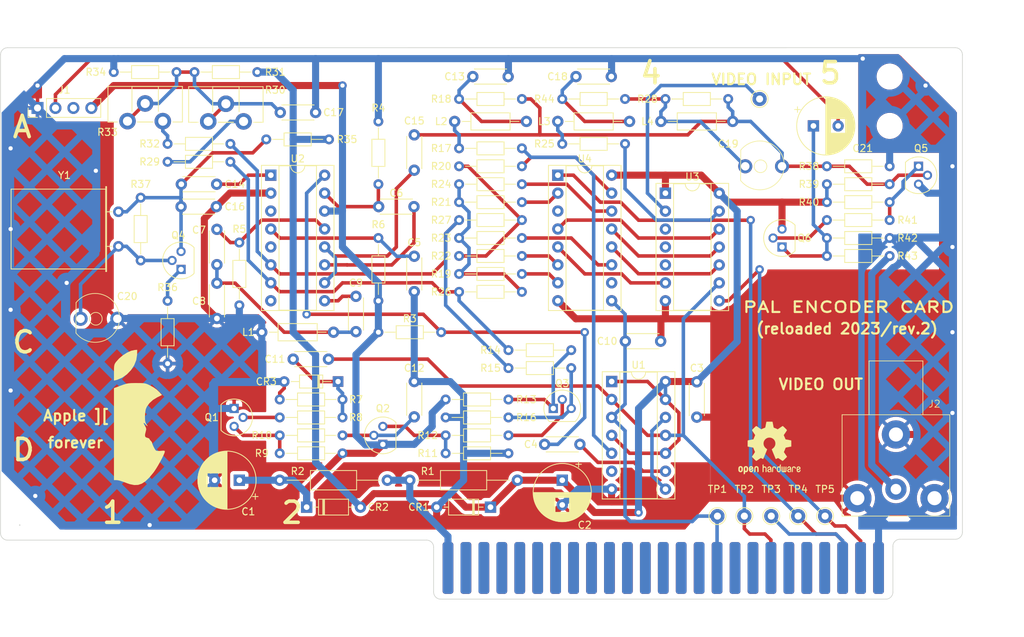
<source format=kicad_pcb>
(kicad_pcb (version 20221018) (generator pcbnew)
  (title_block (date "2023-03-19") (rev "A") (comment 4 "AISLER Project ID: GYPKDSMK"))
  (layers (0 "F.Cu" signal) (31 "B.Cu" signal) (34 "B.Paste" user) (35 "F.Paste" user) (36 "B.SilkS" user "B.Silkscreen") (37 "F.SilkS" user "F.Silkscreen") (38 "B.Mask" user) (39 "F.Mask" user) (44 "Edge.Cuts" user))
  (net 0 "")
  (net 1 "GNDD")
  (net 2 "Net-(Q2-B)")
  (net 3 "Net-(C4-Pad1)")
  (net 4 "Net-(C6-Pad2)")
  (net 5 "Net-(C5-Pad1)")
  (net 6 "Net-(C6-Pad1)")
  (net 7 "Net-(C7-Pad1)")
  (net 8 "Net-(Q4-B)")
  (net 9 "Net-(C9-Pad2)")
  (net 10 "Net-(C13-Pad2)")
  (net 11 "Net-(U1A-Q)")
  (net 12 "+10V")
  (net 13 "+5V")
  (net 14 "Net-(Q6-B)")
  (net 15 "Net-(Q4-C)")
  (net 16 "Net-(C14-Pad2)")
  (net 17 "Net-(C15-Pad1)")
  (net 18 "Net-(C7-Pad2)")
  (net 19 "Net-(C17-Pad1)")
  (net 20 "Net-(C18-Pad2)")
  (net 21 "Net-(C19-Pad1)")
  (net 23 "Net-(J3-COLOR_R.)")
  (net 24 "Net-(J3-INTout)")
  (net 25 "Net-(L3-Pad1)")
  (net 26 "Net-(U3-DSB)")
  (net 27 "Net-(Q1-B)")
  (net 28 "Net-(Q1-C)")
  (net 29 "Net-(Q2-C)")
  (net 30 "Net-(Q3-E)")
  (net 31 "Net-(Q3-B)")
  (net 32 "Net-(Q3-C)")
  (net 33 "Net-(Q4-E)")
  (net 34 "Net-(Q5-B)")
  (net 35 "Net-(Q6-E)")
  (net 36 "Net-(J3-DMAout)")
  (net 37 "Net-(U4-Q0)")
  (net 38 "Net-(U4-Q1)")
  (net 39 "Net-(U4-~{Q1})")
  (net 40 "Net-(U4-~{Q2})")
  (net 41 "Net-(U4-Q3)")
  (net 42 "Net-(L2-Pad1)")
  (net 43 "Net-(Q5-E)")
  (net 44 "Net-(U1B-Q)")
  (net 45 "Net-(U3-Q7)")
  (net 46 "Net-(U4-~{Q3})")
  (net 47 "Net-(R14-Pad2)")
  (net 48 "Net-(R15-Pad2)")
  (net 52 "Net-(U3-Q3)")
  (net 53 "Net-(U3-Q4)")
  (net 57 "Net-(U3-Q5)")
  (net 58 "Net-(U3-Q6)")
  (net 61 "Net-(J1-Pin_2)")
  (net 105 "Net-(J3-+12V)")
  (net 106 "Net-(J3-VIDEO_S.)")
  (net 107 "Net-(CR3-K)")
  (net 108 "Net-(J3-INTin)")
  (net 109 "Net-(J2-In)")
  (net 110 "Net-(R19-Pad2)")
  (net 111 "Net-(R20-Pad2)")
  (net 112 "Net-(R29-Pad2)")
  (net 113 "Net-(R32-Pad2)")
  (net 115 "Net-(U1B-D)")
  (footprint "Apple:R" (layer "F.Cu") (at 142.875 111.76)
    (fp_text reference "R12")
    (fp_text value "15k")
  )
  (footprint "Capacitor_THT:C_Disc_D4.3mm_W1.9mm_P5.00mm" (layer "F.Cu") (at 166.33 60.96 180)
    (fp_text reference "C18")
    (fp_text value "100p")
  )
  (footprint "Package_DIP:DIP-14_W7.62mm_Socket" (layer "F.Cu") (at 173.99 77.47)
    (fp_text reference "U3")
    (fp_text value "74LS164")
  )
  (footprint "Apple:R" (layer "F.Cu") (at 151.765 114.3 180)
    (fp_text reference "R11")
    (fp_text value "1k5")
  )
  (footprint "Apple:R" (layer "F.Cu") (at 153.67 86.36 180)
    (fp_text reference "R22")
    (fp_text value "2k2")
  )
  (footprint "Apple:R" (layer "F.Cu") (at 112.395 73.025 180)
    (fp_text reference "R29")
    (fp_text value "1k5")
  )
  (footprint "MountingHole:MountingHole_2mm" (layer "F.Cu") (at 82.55 59.69)
    (fp_text reference "H1" hide)
    (fp_text value "MountingHole" hide)
  )
  (footprint "Apple:R" (layer "F.Cu") (at 103.505 92.71 -90)
    (fp_text reference "R36")
    (fp_text value "820")
  )
  (footprint "Capacitor_THT:CP_Radial_D8.0mm_P3.50mm" (layer "F.Cu") (at 113.665 118.11 180)
    (fp_text reference "C1")
    (fp_text value "100u")
  )
  (footprint "Apple:R" (layer "F.Cu") (at 168.275 70.485 180)
    (fp_text reference "R25")
    (fp_text value "1k2")
  )
  (footprint "Inductor_THT:L_Axial_L5.3mm_D2.2mm_P10.16mm_Horizontal_Vishay_IM-1" (layer "F.Cu") (at 127 97.155 180)
    (fp_text reference "L1")
    (fp_text value "15uH")
  )
  (footprint "MountingHole:MountingHole_2mm" (layer "F.Cu") (at 82.55 123.19)
    (fp_text reference "H3" hide)
    (fp_text value "MountingHole" hide)
  )
  (footprint "TestPoint:TestPoint_THTPad_D2.0mm_Drill1.0mm" (layer "F.Cu") (at 192.786 123.19)
    (fp_text reference "TP4")
    (fp_text value "/Text")
  )
  (footprint "Apple:R" (layer "F.Cu") (at 119.38 106.68)
    (fp_text reference "R7")
    (fp_text value "1k8")
  )
  (footprint "Package_TO_SOT_THT:TO-92" (layer "F.Cu") (at 105.41 88.265 90)
    (fp_text reference "Q4")
    (fp_text value "2N3904")
  )
  (footprint "Diode_THT:D_DO-35_SOD27_P7.62mm_Horizontal" (layer "F.Cu") (at 149.225 121.92 180)
    (fp_text reference "CR1")
    (fp_text value "5v1")
  )
  (footprint "Potentiometer_THT:Potentiometer_Piher_PT-10-H01_Horizontal" (layer "F.Cu") (at 97.83 67.27 90)
    (fp_text reference "R33")
    (fp_text value "5k")
  )
  (footprint "Inductor_THT:L_Axial_L5.3mm_D2.2mm_P10.16mm_Horizontal_Vishay_IM-1" (layer "F.Cu") (at 144.145 67.31)
    (fp_text reference "L2")
    (fp_text value "47uH")
  )
  (footprint "LOGO" (layer "F.Cu") (at 103.228436 109.314836)
    (fp_text reference "G***" hide)
    (fp_text value "LOGO" hide)
  )
  (footprint "Package_DIP:DIP-14_W7.62mm_Socket" (layer "F.Cu") (at 166.38 104.135)
    (fp_text reference "U1")
    (fp_text value "74LS74")
  )
  (footprint "Apple:R" (layer "F.Cu") (at 144.78 64.135)
    (fp_text reference "R18")
    (fp_text value "5k6")
  )
  (footprint "Capacitor_THT:C_Disc_D4.3mm_W1.9mm_P5.00mm" (layer "F.Cu") (at 138.43 104.14 -90)
    (fp_text reference "C12")
    (fp_text value "470n")
  )
  (footprint "Apple:Apple ][ Bus" (layer "F.Cu") (at 173.685 130.633)
    (fp_text reference "J3" hide)
    (fp_text value "Apple ][ Bus")
  )
  (footprint "Connector_PinHeader_2.54mm:PinHeader_1x04_P2.54mm_Vertical" (layer "F.Cu") (at 85.09 65.405 90)
    (fp_text reference "J1")
    (fp_text value "Modulator")
  )
  (footprint "Apple:R" (layer "F.Cu") (at 153.67 76.2 180)
    (fp_text reference "R24")
    (fp_text value "2k2")
  )
  (footprint "Capacitor_THT:C_Disc_D4.3mm_W1.9mm_P5.00mm" (layer "F.Cu") (at 110.49 82.59 -90)
    (fp_text reference "C7")
    (fp_text value "27p")
  )
  (footprint "Capacitor_THT:C_Disc_D4.3mm_W1.9mm_P5.00mm" (layer "F.Cu") (at 130.175 97.075 90)
    (fp_text reference "C9")
    (fp_text value "100n")
  )
  (footprint "Apple:R" (layer "F.Cu") (at 153.67 88.9 180)
    (fp_text reference "R19")
    (fp_text value "2k2")
  )
  (footprint "Apple:R" (layer "F.Cu") (at 205.74 83.82 180)
    (fp_text reference "R42")
    (fp_text value "100")
  )
  (footprint "Capacitor_THT:C_Disc_D4.3mm_W1.9mm_P5.00mm" (layer "F.Cu") (at 110.41 79.375 180)
    (fp_text reference "C16")
    (fp_text value "100p")
  )
  (footprint "Diode_THT:D_DO-35_SOD27_P7.62mm_Horizontal" (layer "F.Cu") (at 123.19 121.92)
    (fp_text reference "CR2")
    (fp_text value "5v1")
  )
  (footprint "Capacitor_THT:C_Disc_D4.3mm_W1.9mm_P5.00mm" (layer "F.Cu") (at 138.43 74.215 90)
    (fp_text reference "C15")
    (fp_text value "12p")
  )
  (footprint "Apple:R" (layer "F.Cu") (at 160.655 102.235 180)
    (fp_text reference "R15")
    (fp_text value "56k")
  )
  (footprint "Apple:R" (layer "F.Cu") (at 205.74 81.28 180)
    (fp_text reference "R41")
    (fp_text value "100")
  )
  (footprint "Capacitor_THT:CP_Radial_D8.0mm_P3.50mm" (layer "F.Cu") (at 159.385 118.11 -90)
    (fp_text reference "C2")
    (fp_text value "100u")
  )
  (footprint "Apple:R" (layer "F.Cu") (at 126.365 69.85 180)
    (fp_text reference "R35")
    (fp_text value "4k7")
  )
  (footprint "Apple:R" (layer "F.Cu") (at 119.38 114.3)
    (fp_text reference "R9")
    (fp_text value "1k5")
  )
  (footprint "Capacitor_THT:C_Disc_D4.3mm_W1.9mm_P5.00mm" (layer "F.Cu") (at 119.46 66.04)
    (fp_text reference "C17")
    (fp_text value "100n")
  )
  (footprint "TestPoint:TestPoint_THTPad_D2.0mm_Drill1.0mm" (layer "F.Cu") (at 185.166 123.19)
    (fp_text reference "TP2")
    (fp_text value "Sync")
  )
  (footprint "Apple:R" (layer "F.Cu") (at 151.765 109.22 180)
    (fp_text reference "R16")
    (fp_text value "1k5")
  )
  (footprint "Capacitor_THT:C_Disc_D4.3mm_W1.9mm_P5.00mm" (layer "F.Cu") (at 151.725 60.96 180)
    (fp_text reference "C13")
    (fp_text value "47p")
  )
  (footprint "Apple:R" (layer "F.Cu") (at 133.35 67.31 -90)
    (fp_text reference "R4")
    (fp_text value "3k3")
  )
  (footprint "TestPoint:TestPoint_THTPad_D2.0mm_Drill1.0mm" (layer "F.Cu") (at 187.325 64.135)
    (fp_text reference "TP6" hide)
    (fp_text value " VIDEO INPUT" hide)
  )
  (footprint "Capacitor_THT:C_Disc_D4.3mm_W1.9mm_P5.00mm" (layer "F.Cu") (at 121.285 100.965)
    (fp_text reference "C11")
    (fp_text value "1n")
  )
  (footprint "Apple:R" (layer "F.Cu") (at 99.695 86.995 90)
    (fp_text reference "R37")
    (fp_text value "100k")
  )
  (footprint "Apple:R" (layer "F.Cu") (at 160.655 99.695 180)
    (fp_text reference "R14")
    (fp_text value "56k")
  )
  (footprint "Apple:R" (layer "F.Cu") (at 205.74 78.74 180)
    (fp_text reference "R40")
    (fp_text value "3k3")
  )
  (footprint "Apple:R" (layer "F.Cu") (at 142.875 106.68)
    (fp_text reference "R13")
    (fp_text value "1k5")
  )
  (footprint "Capacitor_THT:C_Disc_D4.3mm_W1.9mm_P5.00mm" (layer "F.Cu") (at 178.435 104.18 -90)
    (fp_text reference "C3")
    (fp_text value "100n")
  )
  (footprint "Package_TO_SOT_THT:TO-92" (layer "F.Cu") (at 112.924 107.95 -90)
    (fp_text reference "Q1")
    (fp_text value "2N3904")
  )
  (footprint "Apple:R" (layer "F.Cu") (at 153.67 91.44 180)
    (fp_text reference "R26")
    (fp_text value "10k")
  )
  (footprint "Apple:R" (layer "F.Cu") (at 128.27 109.22 180)
    (fp_text reference "R8")
    (fp_text value "820")
  )
  (footprint "Apple:R" (layer "F.Cu") (at 133.35 92.71 90)
    (fp_text reference "R6")
    (fp_text value "10k")
  )
  (footprint "Capacitor_THT:C_Disc_D4.3mm_W1.9mm_P5.00mm" (layer "F.Cu") (at 168.315 98.425)
    (fp_text reference "C10")
    (fp_text value "47p")
  )
  (footprint "Inductor_THT:L_Axial_L5.3mm_D2.2mm_P10.16mm_Horizontal_Vishay_IM-1" (layer "F.Cu") (at 173.355 67.31)
    (fp_text reference "L4")
    (fp_text value "100uH")
  )
  (footprint "TestPoint:TestPoint_THTPad_D2.0mm_Drill1.0mm" (layer "F.Cu") (at 181.356 123.19)
    (fp_text reference "TP1")
    (fp_text value "Color")
  )
  (footprint "Resistor_THT:R_Axial_DIN0207_L6.3mm_D2.5mm_P15.24mm_Horizontal" (layer "F.Cu") (at 119.38 118.11)
    (fp_text reference "R2")
    (fp_text value "33")
  )
  (footprint "Apple:R" (layer "F.Cu") (at 153.67 73.66 180)
    (fp_text reference "R20")
    (fp_text value "2k2")
  )
  (footprint "Apple:R" (layer "F.Cu") (at 116.205 60.325 180)
    (fp_text reference "R31")
    (fp_text value "470")
  )
  (footprint "MountingHole:MountingHole_2mm" (layer "F.Cu") (at 213.36 59.69)
    (fp_text reference "H2" hide)
    (fp_text value "MountingHole" hide)
  )
  (footprint "Diode_THT:D_DO-34_SOD68_P7.62mm_Horizontal" (layer "F.Cu") (at 127.64 104.14 180)
    (fp_text reference "CR3")
    (fp_text value "1N4148")
  )
  (footprint "Apple:Trimmer" (layer "F.Cu") (at 93.345 95.25)
    (fp_text reference "C20")
    (fp_text value "5..20p rd." hide)
  )
  (footprint "Capacitor_THT:C_Disc_D4.3mm_W1.9mm_P5.00mm" (layer "F.Cu") (at 105.45 76.2)
    (fp_text reference "C14")
    (fp_text value "12p")
  )
  (footprint "MountingHole:MountingHole_3.2mm_M3" (layer "F.Cu") (at 205.74 67.945)
    (fp_text reference "H5" hide)
    (fp_text value "MountingHole")
  )
  (footprint "Potentiometer_THT:Potentiometer_Piher_PT-10-H01_Horizontal" (layer "F.Cu") (at 109.26 67.31 90)
    (fp_text reference "R30")
    (fp_text value "5k")
  )
  (footprint "Apple:R" (layer "F.Cu") (at 113.665 93.345 90)
    (fp_text reference "R5")
    (fp_text value "3k3")
  )
  (footprint "Apple:R" (layer "F.Cu") (at 159.385 64.135)
    (fp_text reference "R44")
    (fp_text value "1k5")
  )
  (footprint "Capacitor_THT:C_Disc_D4.3mm_W1.9mm_P5.00mm" (layer "F.Cu") (at 110.49 90.21 -90)
    (fp_text reference "C8")
    (fp_text value "47p")
  )
  (footprint "Apple:R" (layer "F.Cu") (at 144.78 71.12)
    (fp_text reference "R17")
    (fp_text value "1k2")
  )
  (footprint "Package_TO_SOT_THT:TO-92" (layer "F.Cu") (at 190.5 85.09 90)
    (fp_text reference "Q6")
    (fp_text value "2N3904")
  )
  (footprint "Apple:R" (layer "F.Cu") (at 112.395 70.485 180)
    (fp_text reference "R32")
    (fp_text value "1k5")
  )
  (footprint "Package_DIP:DIP-16_W7.62mm_Socket" (layer "F.Cu") (at 158.76 74.92)
    (fp_text reference "U4")
    (fp_text value "74LS175")
  )
  (footprint "Apple:R" (layer "F.Cu") (at 153.67 83.82 180)
    (fp_text reference "R23")
    (fp_text value "1k")
  )
  (footprint "Apple:R" (layer "F.Cu") (at 153.67 81.28 180)
    (fp_text reference "R27")
    (fp_text value "10k")
  )
  (footprint "Package_TO_SOT_THT:TO-92" (layer "F.Cu") (at 133.985 113.03 90)
    (fp_text reference "Q2")
    (fp_text value "2N3906")
  )
  (footprint "Package_TO_SOT_THT:TO-92" (layer "F.Cu") (at 209.825 73.66 -90)
    (fp_text reference "Q5")
    (fp_text value "2N3906")
  )
  (footprint "Capacitor_THT:C_Disc_D4.3mm_W1.9mm_P5.00mm" (layer "F.Cu") (at 138.39 79.375 180)
    (fp_text reference "C6")
    (fp_text value "100n")
  )
  (footprint "Apple:R" (layer "F.Cu") (at 153.67 78.74 180)
    (fp_text reference "R21")
    (fp_text value "1k")
  )
  (footprint "Apple:R" (layer "F.Cu") (at 173.99 64.135)
    (fp_text reference "R28")
    (fp_text value "100k")
  )
  (footprint "Capacitor_THT:C_Disc_D4.3mm_W1.9mm_P5.00mm" (layer "F.Cu") (at 138.43 86.4 -90)
    (fp_text reference "C5")
    (fp_text value "100n")
  )
  (footprint "Apple:Trimmer" (layer "F.Cu") (at 187.452 73.66)
    (fp_text reference "C19")
    (fp_text value "6..35p gn." hide)
  )
  (footprint "Symbol:OSHW-Logo2_9.8x8mm_SilkScreen" (layer "F.Cu") (at 188.722 113.538)
    (fp_text reference "OSHW Logo" hide)
    (fp_text value "OSHW-Logo2_9.8x8mm_SilkScreen" hide)
  )
  (footprint "Apple:R" (layer "F.Cu") (at 119.38 111.76)
    (fp_text reference "R10")
    (fp_text value "15k")
  )
  (footprint "TestPoint:TestPoint_THTPad_D2.0mm_Drill1.0mm" (layer "F.Cu") (at 196.596 123.19)
    (fp_text reference "TP5")
    (fp_text value "14M")
  )
  (footprint "Apple:Cinch" (layer "F.Cu") (at 206.629 120.65)
    (fp_text reference "J2")
    (fp_text value "PAL Video out" hide)
  )
  (footprint "Apple:R" (layer "F.Cu") (at 205.74 73.66 180)
    (fp_text reference "R38")
    (fp_text value "5k6")
  )
  (footprint "Apple:R" (layer "F.Cu") (at 205.74 76.2 180)
    (fp_text reference "R39")
    (fp_text value "10k")
  )
  (footprint "Capacitor_THT:C_Disc_D4.3mm_W1.9mm_P5.00mm" (layer "F.Cu") (at 156.885 113.03)
    (fp_text reference "C4")
    (fp_text value "100n")
  )
  (footprint "Apple:R" (layer "F.Cu") (at 133.35 97.155)
    (fp_text reference "R3")
    (fp_text value "220k")
  )
  (footprint "Resistor_THT:R_Axial_DIN0207_L6.3mm_D2.5mm_P15.24mm_Horizontal" (layer "F.Cu") (at 137.795 118.11)
    (fp_text reference "R1")
    (fp_text value "120")
  )
  (footprint "Inductor_THT:L_Axial_L5.3mm_D2.2mm_P10.16mm_Horizontal_Vishay_IM-1" (layer "F.Cu") (at 158.75 67.31)
    (fp_text reference "L3")
    (fp_text value "47uH")
  )
  (footprint "MountingHole:MountingHole_3.2mm_M3" (layer "F.Cu") (at 205.74 60.96)
    (fp_text reference "H4" hide)
    (fp_text value "MountingHole")
  )
  (footprint "TestPoint:TestPoint_THTPad_D2.0mm_Drill1.0mm" (layer "F.Cu") (at 188.976 123.19)
    (fp_text reference "TP3")
    (fp_text value "Video")
  )
  (footprint "Crystal:Crystal_HC49-U_Horizontal" (layer "F.Cu") (at 96.55 80.1 -90)
    (fp_text reference "Y1")
    (fp_text value "4.433MHz")
  )
  (footprint "Apple:R" (layer "F.Cu") (at 104.775 60.325 180)
    (fp_text reference "R34")
    (fp_text value "2k2")
  )
  (footprint "Apple:R" (layer "F.Cu") (at 196.85 86.36)
    (fp_text reference "R43")
    (fp_text value "75")
  )
  (footprint "Package_DIP:DIP-16_W7.62mm_Socket" (layer "F.Cu") (at 118.12 74.92)
    (fp_text reference "U2")
    (fp_text value "TCA650")
  )
  (footprint "Capacitor_THT:CP_Radial_D8.0mm_P3.50mm" (layer "F.Cu") (at 194.945 67.945)
    (fp_text reference "C21")
    (fp_text value "100u")
  )
  (footprint "Package_TO_SOT_THT:TO-92" (layer "F.Cu") (at 158.115 107.95)
    (fp_text reference "Q3")
    (fp_text value "2N3906")
  )
  (gr_line (start 207.197466 126.466866) (end 215.061801 126.466647) (stroke (width 0.1)) (layer "Edge.Cuts"))
  (gr_arc (start 142.1732 134.9502) (mid 141.466093 134.657307) (end 141.1732 133.9502) (stroke (width 0.1)) (layer "Edge.Cuts"))
  (gr_arc (start 140.17316 126.59364) (mid 140.880293 126.886519) (end 141.1732 127.59364) (stroke (width 0.1)) (layer "Edge.Cuts"))
  (gr_line (start 216.040493 125.469) (end 216.040493 57.873) (stroke (width 0.1)) (layer "Edge.Cuts"))
  (gr_line (start 205.1972 134.9502) (end 142.1732 134.9502) (stroke (width 0.1)) (layer "Edge.Cuts"))
  (gr_line (start 215.0364 56.8706) (end 80.852 56.873) (stroke (width 0.1)) (layer "Edge.Cuts"))
  (gr_circle (center 82.57 124.46) (end 82.57 124.46) (stroke (width 0.1)) (fill none) (layer "Edge.Cuts"))
  (gr_arc (start 216.040492 125.469) (mid 215.754969 126.167773) (end 215.061801 126.466647) (stroke (width 0.1)) (layer "Edge.Cuts"))
  (gr_arc (start 206.1972 127.466866) (mid 206.490199 126.759687) (end 207.197466 126.466866) (stroke (width 0.1)) (layer "Edge.Cuts"))
  (gr_arc (start 206.1972 133.9502) (mid 205.904307 134.657307) (end 205.1972 134.9502) (stroke (width 0.1)) (layer "Edge.Cuts"))
  (gr_line (start 206.1972 133.9502) (end 206.1972 127.466866) (stroke (width 0.1)) (layer "Edge.Cuts"))
  (gr_circle (center 82.57 59.69) (end 82.57 59.69) (stroke (width 0.1)) (fill none) (layer "Edge.Cuts"))
  (gr_arc (start 79.852 57.873) (mid 80.144893 57.165893) (end 80.852 56.873) (stroke (width 0.1)) (layer "Edge.Cuts"))
  (gr_arc (start 80.852 126.596) (mid 80.144893 126.303107) (end 79.852 125.596) (stroke (width 0.1)) (layer "Edge.Cuts"))
  (gr_line (start 140.17316 126.59364) (end 80.852 126.596) (stroke (width 0.1)) (layer "Edge.Cuts"))
  (gr_line (start 141.1732 133.9502) (end 141.1732 127.59364) (stroke (width 0.1)) (layer "Edge.Cuts"))
  (gr_circle (center 213.36 59.69) (end 213.36 59.69) (stroke (width 0.1)) (fill none) (layer "Edge.Cuts"))
  (gr_arc (start 215.0364 56.8706) (mid 215.74725 57.165542) (end 216.040492 57.877095) (stroke (width 0.1)) (layer "Edge.Cuts"))
  (gr_line (start 79.852 125.596) (end 79.852 57.873) (stroke (width 0.1)) (layer "Edge.Cuts"))
  (gr_text "4" (at 170.18 62.23) (layer "F.SilkS") (effects (font (size 3 3) (thickness 0.5) bold) (justify left bottom)))
  (gr_text "PAL ENCODER CARD" (at 184.785 94.488) (layer "F.SilkS") (effects (font (size 1.5 2) (thickness 0.3) bold) (justify left bottom)))
  (gr_text "5" (at 195.58 62.23) (layer "F.SilkS") (effects (font (size 3 3) (thickness 0.5) bold) (justify left bottom)))
  (gr_text "(reloaded 2023/rev.2)" (at 186.69 97.536) (layer "F.SilkS") (effects (font (size 1.5 1.5) (thickness 0.3) bold) (justify left bottom)))
  (gr_text "2" (at 119.38 124.46) (layer "F.SilkS") (effects (font (size 3 3) (thickness 0.5) bold) (justify left bottom)))
  (gr_text "VIDEO OUT" (at 189.865 105.41) (layer "F.SilkS") (effects (font (size 1.5 1.5) (thickness 0.3) bold) (justify left bottom)))
  (gr_text "Apple ][" (at 85.725 109.855) (layer "F.SilkS") (effects (font (size 1.5 1.5) (thickness 0.3) bold) (justify left bottom)))
  (gr_text "A" (at 81.3 69.85) (layer "F.SilkS") (effects (font (size 3 3) (thickness 0.5) bold) (justify left bottom)))
  (gr_text "D" (at 81.28 115.57) (layer "F.SilkS") (effects (font (size 3 3) (thickness 0.5) bold) (justify left bottom)))
  (gr_text "C" (at 81.28 100.33) (layer "F.SilkS") (effects (font (size 3 3) (thickness 0.5) bold) (justify left bottom)))
  (gr_text "1" (at 93.98 124.46) (layer "F.SilkS") (effects (font (size 3 3) (thickness 0.5) bold) (justify left bottom)))
  (gr_text "VIDEO INPUT" (at 180.34 62.23) (layer "F.SilkS") (effects (font (size 1.5 1.5) (thickness 0.3) bold) (justify left bottom)))
  (gr_text "forever" (at 86.36 113.665) (layer "F.SilkS") (effects (font (size 1.5 1.5) (thickness 0.3) bold) (justify left bottom)))
  (segment (start 178.435 109.18) (end 180.935 109.18) (width 1) (layer "F.Cu") (net 1))
  (segment (start 214.63 97.155) (end 214.63 94.615) (width 1) (layer "F.Cu") (net 1))
  (segment (start 81.28 66.04) (end 81.28 116.84) (width 1) (layer "F.Cu") (net 1))
  (segment (start 118.12 77.46) (end 112.325 77.46) (width 1) (layer "F.Cu") (net 1))
  (segment (start 120.02 105.0875) (end 120.02 104.14) (width 0.5) (layer "F.Cu") (net 1))
  (segment (start 214.63 73.66) (end 214.63 85.09) (width 1) (layer "F.Cu") (net 1))
  (segment (start 214.63 85.09) (end 214.63 94.615) (width 1) (layer "F.Cu") (net 1))
  (segment (start 214.63 97.155) (end 214.63 106.045) (width 1) (layer "F.Cu") (net 1))
  (segment (start 173.315 98.425) (end 173.355 98.385) (width 1) (layer "F.Cu") (net 1))
  (segment (start 119.38 106.68) (end 119.38 105.7275) (width 0.5) (layer "F.Cu") (net 1))
  (segment (start 214.63 111.76) (end 214.63 108.585) (width 1) (layer "F.Cu") (net 1))
  (segment (start 108.712 81.073) (end 108.712 93.432) (width 1) (layer "F.Cu") (net 1))
  (segment (start 180.975 109.22) (end 180.975 120.015) (width 1) (layer "F.Cu") (net 1))
  (segment (start 110.165 121.61) (end 110.165 118.11) (width 1) (layer "F.Cu") (net 1))
  (segment (start 214.63 108.585) (end 214.63 118.11) (width 1) (layer "F.Cu") (net 1))
  (segment (start 173.355 98.385) (end 173.355 95.25) (width 1) (layer "F.Cu") (net 1))
  (segment (start 214.503 111.633) (end 206.629 111.633) (width 1) (layer "F.Cu") (net 1))
  (segment (start 177.292 121.158) (end 177.8 120.65) (width 1) (layer "F.Cu") (net 1))
  (segment (start 210.185 122.555) (end 203.073 122.555) (width 1) (layer "F.Cu") (net 1))
  (segment (start 119.38 105.7275) (end 120.02 105.0875) (width 0.5) (layer "F.Cu") (net 1))
  (segment (start 201.93 58.42) (end 207.01 58.42) (width 1) (layer "F.Cu") (net 1))
  (segment (start 85.09 62.23) (end 85.09 62.23) (width 1) (layer "F.Cu") (net 1))
  (segment (start 214.63 111.76) (end 214.503 111.633) (width 1) (layer "F.Cu") (net 1))
  (segment (start 158.76 92.7) (end 161.31 95.25) (width 1) (layer "F.Cu") (net 1))
  (segment (start 212.09 120.65) (end 210.185 122.555) (width 1) (layer "F.Cu") (net 1))
  (segment (start 107.315 124.46) (end 110.165 121.61) (width 1) (layer "F.Cu") (net 1))
  (segment (start 173.99 92.71) (end 173.99 95.25) (width 1) (layer "F.Cu") (net 1))
  (segment (start 81.28 116.84) (end 88.9 124.46) (width 1) (layer "F.Cu") (net 1))
  (segment (start 203.073 122.555) (end 201.168 120.65) (width 1) (layer "F.Cu") (net 1))
  (segment (start 207.01 58.42) (end 210.82 62.23) (width 1) (layer "F.Cu") (net 1))
  (segment (start 177.8 120.65) (end 201.168 120.65) (width 1) (layer "F.Cu") (net 1))
  (segment (start 143.51 124.46) (end 156.535 124.46) (width 1) (layer "F.Cu") (net 1))
  (segment (start 85.09 62.23) (end 85.09 62.23) (width 1) (layer "F.Cu") (net 1))
  (segment (start 141.605 121.92) (end 141.605 124.46) (width 1) (layer "F.Cu") (net 1))
  (segment (start 112.325 77.46) (end 110.41 79.375) (width 1) (layer "F.Cu") (net 1))
  (segment (start 166.38 119.375) (end 166.37 119.385) (width 1) (layer "F.Cu") (net 1))
  (segment (start 85.09 62.23) (end 81.28 66.04) (width 1) (layer "F.Cu") (net 1))
  (segment (start 107.315 124.46) (end 143.51 124.46) (width 1) (layer "F.Cu") (net 1))
  (segment (start 88.9 124.46) (end 107.315 124.46) (width 1) (layer "F.Cu") (net 1))
  (segment (start 156.535 124.46) (end 159.385 121.61) (width 1) (layer "F.Cu") (net 1))
  (segment (start 166.37 121.158) (end 177.292 121.158) (width 1) (layer "F.Cu") (net 1))
  (segment (start 166.37 119.385) (end 166.37 121.158) (width 1) (layer "F.Cu") (net 1))
  (segment (start 180.935 109.18) (end 180.975 109.22) (width 1) (layer "F.Cu") (net 1))
  (segment (start 214.63 73.66) (end 214.63 66.04) (width 1) (layer "F.Cu") (net 1))
  (segment (start 214.63 106.045) (end 214.63 111.76) (width 1) (layer "F.Cu") (net 1))
  (segment (start 161.31 95.25) (end 214.63 95.25) (width 1) (layer "F.Cu") (net 1))
  (segment (start 214.63 66.04) (end 210.82 62.23) (width 1) (layer "F.Cu") (net 1))
  (segment (start 108.712 93.432) (end 110.49 95.21) (width 1) (layer "F.Cu") (net 1))
  (segment (start 214.63 118.11) (end 212.09 120.65) (width 1) (layer "F.Cu") (net 1))
  (segment (start 110.41 79.375) (end 108.712 81.073) (width 1) (layer "F.Cu") (net 1))
  (via (at 81.28 93.98) (size 1.2) (drill 0.6) (layers "F.Cu" "B.Cu") (net 1))
  (via (at 81.28 105.41) (size 1.2) (drill 0.6) (layers "F.Cu" "B.Cu") (net 1))
  (via (at 210.82 62.23) (size 1.2) (drill 0.6) (layers "F.Cu" "B.Cu") (net 1))
  (via (at 214.63 97.155) (size 1.2) (drill 0.6) (layers "F.Cu" "B.Cu") (net 1))
  (via (at 85.09 62.23) (size 1.2) (drill 0.6) (layers "F.Cu" "B.Cu") (net 1))
  (via (at 89.2175 90.17) (size 1.2) (drill 0.6) (layers "F.Cu" "B.Cu") (net 1))
  (via (at 100.965 124.46) (size 1.2) (drill 0.6) (layers "F.Cu" "B.Cu") (net 1))
  (via (at 81.28 71.12) (size 1.2) (drill 0.6) (layers "F.Cu" "B.Cu") (net 1))
  (via (at 214.63 85.09) (size 1.2) (drill 0.6) (layers "F.Cu" "B.Cu") (net 1))
  (via (at 201.93 58.42) (size 1.2) (drill 0.6) (layers "F.Cu" "B.Cu") (net 1))
  (via (at 93.345 74.295) (size 1.2) (drill 0.6) (layers "F.Cu" "B.Cu") (net 1))
  (via (at 84.7725 120.3325) (size 1.2) (drill 0.6) (layers "F.Cu" "B.Cu") (net 1))
  (via (at 214.63 73.66) (size 1.2) (drill 0.6) (layers "F.Cu" "B.Cu") (net 1))
  (via (at 81.28 82.55) (size 1.2) (drill 0.6) (layers "F.Cu" "B.Cu") (net 1))
  (via (at 214.63 108.585) (size 1.2) (drill 0.6) (layers "F.Cu" "B.Cu") (net 1))
  (segment (start 96.52 58.42) (end 88.9 58.42) (width 1) (layer "B.Cu") (net 1))
  (segment (start 205.74 71.12) (end 214.63 71.12) (width 1) (layer "B.Cu") (net 1))
  (segment (start 85.09 65.405) (end 83.5025 63.8175) (width 1) (layer "B.Cu") (net 1))
  (segment (start 110.165 107.95) (end 112.924 107.95) (width 1) (layer "B.Cu") (net 1))
  (segment (start 89.2175 90.17) (end 93.345 86.0425) (width 1) (layer "B.Cu") (net 1))
  (segment (start 205.74 83.82) (end 214.63 83.82) (width 1) (layer "B.Cu") (net 1))
  (segment (start 89.2175 96.04375) (end 90.32875 97.155) (width 1) (layer "B.Cu") (net 1))
  (segment (start 214.63 76.835) (end 214.63 69.215) (width 1) (layer "B.Cu") (net 1))
  (segment (start 214.63 83.82) (end 214.63 76.835) (width 1) (layer "B.Cu") (net 1))
  (segment (start 204.165 130.533) (end 204.165 123.647) (width 1) (layer "B.Cu") (net 1))
  (segment (start 95.885 60.325) (end 95.885 58.42) (width 1) (layer "B.Cu") (net 1))
  (segment (start 145.415 114.3) (end 145.415 109.22) (width 1) (layer "B.Cu") (net 1))
  (segment (start 211.095 77.47) (end 214.63 77.47) (width 1) (layer "B.Cu") (net 1))
  (segment (start 120.02 104.14) (end 116.84 104.14) (width 1) (layer "B.Cu") (net 1))
  (segment (start 116.84 97.155) (end 116.84 95.718) (width 1) (layer "B.Cu") (net 1))
  (segment (start 206.883 122.555) (end 203.073 122.555) (width 1) (layer "B.Cu") (net 1))
  (segment (start 94.488 97.155) (end 96.393 95.25) (width 1) (layer "B.Cu") (net 1))
  (segment (start 209.825 76.2) (end 211.095 77.47) (width 1) (layer "B.Cu") (net 1))
  (segment (start 93.345 67.945) (end 87.63 67.945) (width 1) (layer "B.Cu") (net 1))
  (segment (start 96.433 95.21) (end 96.393 95.25) (width 1) (layer "B.Cu") (net 1))
  (segment (start 107.315 124.46) (end 88.9 124.46) (width 1) (layer "B.Cu") (net 1))
  (segment (start 210.185 122.555) (end 212.09 120.65) (width 1) (layer "B.Cu") (net 1))
  (segment (start 161.62 119.375) (end 159.385 121.61) (width 1) (layer "B.Cu") (net 1))
  (segment (start 143.51 104.14) (end 138.43 104.14) (width 1) (layer "B.Cu") (net 1))
  (segment (start 113.665 93.345) (end 113.665 95.21) (width 1) (layer "B.Cu") (net 1))
  (segment (start 93.345 86.0425) (end 93.345 74.295) (width 1) (layer "B.Cu") (net 1))
  (segment (start 151.765 60.92) (end 151.765 58.42) (width 1) (layer "B.Cu") (net 1))
  (segment (start 203.073 122.555) (end 201.168 120.65) (width 1) (layer "B.Cu") (net 1))
  (segment (start 141.605 121.92) (end 145.415 118.11) (width 1) (layer "B.Cu") (net 1))
  (segment (start 138.43 104.14) (end 138.43 91.4) (width 1) (layer "B.Cu") (net 1))
  (segment (start 205.74 73.66) (end 205.74 71.12) (width 1) (layer "B.Cu") (net 1))
  (segment (start 166.37 60.92) (end 166.37 58.42) (width 1) (layer "B.Cu") (net 1))
  (segment (start 87.63 67.945) (end 85.09 65.405) (width 1) (layer "B.Cu") (net 1))
  (segment (start 166.38 119.375) (end 161.62 119.375) (width 1) (layer "B.Cu") (net 1))
  (segment (start 89.2175 90.17) (end 89.2175 96.04375) (width 1) (layer "B.Cu") (net 1))
  (segment (start 124.46 58.42) (end 96.52 58.42) (width 1) (layer "B.Cu") (net 1))
  (segment (start 214.63 83.82) (end 214.63 118.11) (width 1) (layer "B.Cu") (net 1))
  (segment (start 133.35 67.31) (end 133.35 58.42) (width 1) (layer "B.Cu") (net 1))
  (segment (start 214.63 66.04) (end 210.82 62.23) (width 1) (layer "B.Cu") (net 1))
  (segment (start 201.93 58.42) (end 133.35 58.42) (width 1) (layer "B.Cu") (net 1))
  (segment (start 151.765 114.3) (end 145.415 114.3) (width 1) (layer "B.Cu") (net 1))
  (segment (start 214.63 69.215) (end 214.63 66.04) (width 1) (layer "B.Cu") (net 1))
  (segment (start 81.28 116.84) (end 81.28 66.04) (width 1) (layer "B.Cu") (net 1))
  (segment (start 116.84 104.14) (end 116.84 100.96) (width 1) (layer "B.Cu") (net 1))
  (segment (start 90.32875 97.155) (end 94.488 97.155) (width 1) (layer "B.Cu") (net 1))
  (segment (start 214.63 118.11) (end 212.09 120.65) (width 1) (layer "B.Cu") (net 1))
  (segment (start 166.33 60.96) (end 166.37 60.92) (width 1) (layer "B.Cu") (net 1))
  (segment (start 204.165 123.647) (end 203.073 122.555) (width 1) (layer "B.Cu") (net 1))
  (segment (start 124.46 66.04) (end 124.46 58.42) (width 1) (layer "B.Cu") (net 1))
  (segment (start 116.84 95.718) (end 116.332 95.21) (width 1) (layer "B.Cu") (net 1))
  (segment (start 110.49 95.21) (end 96.433 95.21) (width 1) (layer "B.Cu") (net 1))
  (segment (start 88.9 124.46) (end 81.28 116.84) (width 1) (layer "B.Cu") (net 1))
  (segment (start 116.332 95.21) (end 110.49 95.21) (width 1) (layer "B.Cu") (net 1))
  (segment (start 116.84 100.96) (end 116.84 97.155) (width 1) (layer "B.Cu") (net 1))
  (segment (start 110.165 107.95) (end 110.165 121.61) (width 1) (layer "B.Cu") (net 1))
  (segment (start 145.415 106.045) (end 143.51 104.14) (width 1) (layer "B.Cu") (net 1))
  (segment (start 116.84 104.14) (end 110.165 104.14) (width 1) (layer "B.Cu") (net 1))
  (segment (start 145.415 118.11) (end 145.415 114.3) (width 1) (layer "B.Cu") (net 1))
  (segment (start 151.725 60.96) (end 151.765 60.92) (width 1) (layer "B.Cu") (net 1))
  (segment (start 206.883 122.555) (end 210.185 122.555) (width 1) (layer "B.Cu") (net 1))
  (segment (start 81.28 66.04) (end 83.5025 63.8175) (width 1) (layer "B.Cu") (net 1))
  (segment (start 110.165 104.14) (end 110.165 107.95) (width 1) (layer "B.Cu") (net 1))
  (segment (start 145.415 109.22) (end 145.415 106.045) (width 1) (layer "B.Cu") (net 1))
  (segment (start 133.35 58.42) (end 124.46 58.42) (width 1) (layer "B.Cu") (net 1))
  (segment (start 93.345 74.295) (end 93.345 67.945) (width 1) (layer "B.Cu") (net 1))
  (segment (start 142.875 109.22) (end 145.415 109.22) (width 1) (layer "B.Cu") (net 1))
  (segment (start 110.165 121.61) (end 107.315 124.46) (width 1) (layer "B.Cu") (net 1))
  (segment (start 88.9 58.42) (end 83.5025 63.8175) (width 1) (layer "B.Cu") (net 1))
  (segment (start 132.715 111.76) (end 128.27 111.76) (width 0.5) (layer "F.Cu") (net 2))
  (segment (start 138.43 109.14) (end 135.81 111.76) (width 0.5) (layer "B.Cu") (net 2))
  (segment (start 135.81 111.76) (end 132.715 111.76) (width 0.5) (layer "B.Cu") (net 2))
  (segment (start 139.7 94.615) (end 123.19 94.615) (width 0.5) (layer "F.Cu") (net 3))
  (segment (start 142.24 97.155) (end 139.7 94.615) (width 0.5) (layer "F.Cu") (net 3))
  (segment (start 162.56 97.155) (end 142.24 97.155) (width 0.5) (layer "F.Cu") (net 3))
  (via (at 162.56 97.155) (size 1.2) (drill 0.6) (layers "F.Cu" "B.Cu") (net 3))
  (via (at 123.19 94.615) (size 1.2) (drill 0.6) (layers "F.Cu" "B.Cu") (net 3))
  (segment (start 156.885 113.03) (end 158.75 113.03) (width 0.5) (layer "B.Cu") (net 3))
  (segment (start 162.56 109.22) (end 162.56 97.155) (width 0.5) (layer "B.Cu") (net 3))
  (segment (start 158.75 113.03) (end 162.56 109.22) (width 0.5) (layer "B.Cu") (net 3))
  (segment (start 123.19 77.47) (end 125.74 74.92) (width 0.5) (layer "B.Cu") (net 3))
  (segment (start 123.19 94.615) (end 123.19 77.47) (width 0.5) (layer "B.Cu") (net 3))
  (segment (start 133.39 79.375) (end 127.655 79.375) (width 0.5) (layer "F.Cu") (net 4))
  (segment (start 133.35 76.2) (end 133.35 79.335) (width 0.5) (layer "F.Cu") (net 4))
  (segment (start 133.35 79.335) (end 133.39 79.375) (width 0.5) (layer "F.Cu") (net 4))
  (segment (start 127.655 79.375) (end 125.74 77.46) (width 0.5) (layer "F.Cu") (net 4))
  (segment (start 133.34 83.83) (end 119.41 83.83) (width 0.5) (layer "F.Cu") (net 5))
  (segment (start 133.35 83.82) (end 133.34 83.83) (width 0.5) (layer "F.Cu") (net 5))
  (segment (start 119.41 83.83) (end 118.12 82.54) (width 0.5) (layer "F.Cu") (net 5))
  (segment (start 138.43 86.4) (end 135.93 86.4) (width 0.5) (layer "B.Cu") (net 5))
  (segment (start 135.93 86.4) (end 133.35 83.82) (width 0.5) (layer "B.Cu") (net 5))
  (segment (start 138.39 84.495) (end 135.255 87.63) (width 0.5) (layer "F.Cu") (net 6))
  (segment (start 128.915 87.62) (end 125.74 87.62) (width 0.5) (layer "F.Cu") (net 6))
  (segment (start 138.39 79.375) (end 138.39 84.495) (width 0.5) (layer "F.Cu") (net 6))
  (segment (start 128.925 87.63) (end 128.915 87.62) (width 0.5) (layer "F.Cu") (net 6))
  (segment (start 135.255 87.63) (end 128.925 87.63) (width 0.5) (layer "F.Cu") (net 6))
  (segment (start 124.48 81.28) (end 116.84 81.28) (width 0.5) (layer "F.Cu") (net 7))
  (segment (start 110.53 82.59) (end 110.49 82.59) (width 0.5) (layer "F.Cu") (net 7))
  (segment (start 113.665 84.455) (end 112.395 84.455) (width 0.5) (layer "F.Cu") (net 7))
  (segment (start 116.84 81.28) (end 113.665 84.455) (width 0.5) (layer "F.Cu") (net 7))
  (segment (start 112.395 84.455) (end 110.53 82.59) (width 0.5) (layer "F.Cu") (net 7))
  (segment (start 125.74 82.54) (end 124.48 81.28) (width 0.5) (layer "F.Cu") (net 7))
  (segment (start 96.55 85) (end 97.7 85) (width 0.5) (layer "B.Cu") (net 8))
  (segment (start 99.695 86.995) (end 104.14 86.995) (width 0.5) (layer "B.Cu") (net 8))
  (segment (start 91.186 95.25) (end 91.186 90.364) (width 0.5) (layer "B.Cu") (net 8))
  (segment (start 97.7 85) (end 99.695 86.995) (width 0.5) (layer "B.Cu") (net 8))
  (segment (start 91.186 90.364) (end 96.55 85) (width 0.5) (layer "B.Cu") (net 8))
  (segment (start 130.175 92.075) (end 128.27 92.075) (width 0.5) (layer "F.Cu") (net 9))
  (segment (start 127.645 92.7) (end 125.74 92.7) (width 0.5) (layer "F.Cu") (net 9))
  (segment (start 128.27 92.075) (end 127.645 92.7) (width 0.5) (layer "F.Cu") (net 9))
  (segment (start 147.955 67.31) (end 144.78 64.135) (width 0.5) (layer "F.Cu") (net 10))
  (segment (start 154.305 67.31) (end 147.955 67.31) (width 0.5) (layer "F.Cu") (net 10))
  (segment (start 144.78 64.135) (end 144.78 62.905) (width 0.5) (layer "B.Cu") (net 10))
  (segment (start 144.78 62.905) (end 146.725 60.96) (width 0.5) (layer "B.Cu") (net 10))
  (segment (start 163.83 74.93) (end 161.29 72.39) (width 0.5) (layer "B.Cu") (net 11))
  (segment (start 166.38 114.295) (end 163.83 111.745) (width 0.5) (layer "B.Cu") (net 11))
  (segment (start 163.83 111.745) (end 163.83 74.93) (width 0.5) (layer "B.Cu") (net 11))
  (segment (start 161.29 72.39) (end 154.94 72.39) (width 0.5) (layer "B.Cu") (net 11))
  (segment (start 154.94 72.39) (end 153.67 71.12) (width 0.5) (layer "B.Cu") (net 11))
  (segment (start 128.27 114.3) (end 123.19 119.38) (width 1) (layer "F.Cu") (net 12))
  (segment (start 128.27 114.3) (end 132.715 114.3) (width 1) (layer "F.Cu") (net 12))
  (segment (start 132.715 114.3) (end 133.985 113.03) (width 1) (layer "F.Cu") (net 12))
  (segment (start 123.19 119.38) (end 123.19 121.92) (width 1) (layer "F.Cu") (net 12))
  (segment (start 128.27 62.23) (end 95.885 62.23) (width 1) (layer "F.Cu") (net 12))
  (segment (start 95.885 62.23) (end 92.71 65.405) (width 1) (layer "F.Cu") (net 12))
  (via (at 128.27 62.23) (size 1.2) (drill 0.6) (layers "F.Cu" "B.Cu") (net 12))
  (segment (start 133.35 90.17) (end 133.35 97.155) (width 1) (layer "B.Cu") (net 12))
  (segment (start 128.27 80.01) (end 128.26 80) (width 1) (layer "B.Cu") (net 12))
  (segment (start 123.19 120.015) (end 121.285 118.11) (width 1) (layer "B.Cu") (net 12))
  (segment (start 128.27 62.23) (end 128.27 80.01) (width 1) (layer "B.Cu") (net 12))
  (segment (start 140.97 110.49) (end 140.97 108.585) (width 1) (layer "B.Cu") (net 12))
  (segment (start 128.26 80) (end 125.74 80) (width 1) (layer "B.Cu") (net 12))
  (segment (start 133.35 97.155) (end 130.175 100.33) (width 1) (layer "B.Cu") (net 12))
  (segment (start 130.175 100.33) (end 130.175 111.76419) (width 1) (layer "B.Cu") (net 12))
  (segment (start 128.26 85.08) (end 133.35 90.17) (width 1) (layer "B.Cu") (net 12))
  (segment (start 133.905 113.11) (end 133.985 113.03) (width 1) (layer "B.Cu") (net 12))
  (segment (start 138.43 113.03) (end 140.97 110.49) (width 1) (layer "B.Cu") (net 12))
  (segment (start 130.175 111.76419) (end 131.52081 113.11) (width 1) (layer "B.Cu") (net 12))
  (segment (start 131.52081 113.11) (end 133.905 113.11) (width 1) (layer "B.Cu") (net 12))
  (segment (start 133.985 113.03) (end 138.43 113.03) (width 1) (layer "B.Cu") (net 12))
  (segment (start 121.285 118.11) (end 113.665 118.11) (width 1) (layer "B.Cu") (net 12))
  (segment (start 140.97 108.585) (end 142.875 106.68) (width 1) (layer "B.Cu") (net 12))
  (segment (start 123.19 121.92) (end 123.19 120.015) (width 1) (layer "B.Cu") (net 12))
  (segment (start 128.26 80) (end 128.26 85.08) (width 1) (layer "B.Cu") (net 12))
  (segment (start 190.5 78.74) (end 190.5 82.55) (width 1) (layer "F.Cu") (net 13))
  (segment (start 166.38 111.755) (end 168.92 114.295) (width 0.5) (layer "F.Cu") (net 13))
  (segment (start 168.92 114.295) (end 174 114.295) (width 0.5) (layer "F.Cu") (net 13))
  (segment (start 175.895 108.57) (end 174 106.675) (width 0.5) (layer "F.Cu") (net 13))
  (segment (start 132.715 120.015) (end 143.8275 120.015) (width 1) (layer "F.Cu") (net 13))
  (segment (start 174 104.135) (end 178.39 104.135) (width 1) (layer "F.Cu") (net 13))
  (segment (start 171.45 74.92) (end 166.38 74.92) (width 1) (layer "F.Cu") (net 13))
  (segment (start 166.38 104.135) (end 171.46 104.135) (width 0.5) (layer "F.Cu") (net 13))
  (segment (start 175.895 112.4) (end 175.895 108.57) (width 0.5) (layer "F.Cu") (net 13))
  (segment (start 163.957 122.682) (end 159.385 118.11) (width 1) (layer "F.Cu") (net 13))
  (segment (start 130.81 121.92) (end 132.715 120.015) (width 1) (layer "F.Cu") (net 13))
  (segment (start 149.225 121.92) (end 153.035 118.11) (width 1) (layer "F.Cu") (net 13))
  (segment (start 170.18 122.682) (end 163.957 122.682) (width 1) (layer "F.Cu") (net 13))
  (segment (start 174 114.295) (end 175.895 112.4) (width 0.5) (layer "F.Cu") (net 13))
  (segment (start 173.99 74.92) (end 171.45 74.92) (width 1) (layer "F.Cu") (net 13))
  (segment (start 178.39 104.135) (end 178.435 104.18) (width 1) (layer "F.Cu") (net 13))
  (segment (start 181.61 77.47) (end 182.88 78.74) (width 1) (layer "F.Cu") (net 13))
  (segment (start 190.5 78.74) (end 196.85 78.74) (width 1) (layer "F.Cu") (net 13))
  (segment (start 182.88 78.74) (end 190.5 78.74) (width 1) (layer "F.Cu") (net 13))
  (segment (start 173.99 77.47) (end 173.99 74.92) (width 1) (layer "F.Cu") (net 13))
  (segment (start 145.7325 121.92) (end 149.225 121.92) (width 1) (layer "F.Cu") (net 13))
  (segment (start 171.46 104.135) (end 174 106.675) (width 0.5) (layer "F.Cu") (net 13))
  (segment (start 143.8275 120.015) (end 145.7325 121.92) (width 1) (layer "F.Cu") (net 13))
  (segment (start 153.035 118.11) (end 159.385 118.11) (width 1) (layer "F.Cu") (net 13))
  (segment (start 181.61 77.47) (end 179.06 74.92) (width 1) (layer "F.Cu") (net 13))
  (segment (start 179.06 74.92) (end 173.99 74.92) (width 1) (layer "F.Cu") (net 13))
  (via (at 170.18 122.682) (size 1.2) (drill 0.6) (layers "F.Cu" "B.Cu") (net 13))
  (segment (start 124.46 115.57) (end 124.46 100.33) (width 1) (layer "B.Cu") (net 13))
  (segment (start 118.745 60.325) (end 116.205 60.325) (width 1) (layer "B.Cu") (net 13))
  (segment (start 121.285 97.155) (end 121.285 69.85) (width 1) (layer "B.Cu") (net 13))
  (segment (start 124.46 100.33) (end 121.285 97.155) (width 1) (layer "B.Cu") (net 13))
  (segment (start 170.18 107.955) (end 174 104.135) (width 1) (layer "B.Cu") (net 13))
  (segment (start 174 106.675) (end 174 104.135) (width 0.5) (layer "B.Cu") (net 13))
  (segment (start 170.18 122.682) (end 170.18 107.955) (width 1) (layer "B.Cu") (net 13))
  (segment (start 121.285 69.85) (end 121.285 62.865) (width 1) (layer "B.Cu") (net 13))
  (segment (start 184.15 98.465) (end 184.15 80.01) (width 1) (layer "B.Cu") (net 13))
  (segment (start 121.285 62.865) (end 118.745 60.325) (width 1) (layer "B.Cu") (net 13))
  (segment (start 196.85 76.2) (end 196.85 78.74) (width 0.5) (layer "B.Cu") (net 13))
  (segment (start 121.285 69.85) (end 126.365 69.85) (width 1) (layer "B.Cu") (net 13))
  (segment (start 178.435 104.18) (end 184.15 98.465) (width 1) (layer "B.Cu") (net 13))
  (segment (start 184.15 80.01) (end 181.61 77.47) (width 1) (layer "B.Cu") (net 13))
  (segment (start 130.81 121.92) (end 124.46 115.57) (width 1) (layer "B.Cu") (net 13))
  (segment (start 189.23 83.82) (end 194.31 83.82) (width 0.5) (layer "F.Cu") (net 14))
  (segment (start 194.31 83.82) (end 196.85 81.28) (width 0.5) (layer "F.Cu") (net 14))
  (segment (start 115.57 71.755) (end 109.895 71.755) (width 0.5) (layer "F.Cu") (net 15))
  (segment (start 109.895 71.755) (end 105.45 76.2) (width 0.5) (layer "F.Cu") (net 15))
  (segment (start 117.475 69.85) (end 115.57 71.755) (width 0.5) (layer "F.Cu") (net 15))
  (segment (start 105.41 78.105) (end 99.695 78.105) (width 0.5) (layer "B.Cu") (net 15))
  (segment (start 105.41 79.375) (end 105.41 78.105) (width 0.5) (layer "B.Cu") (net 15))
  (segment (start 99.695 78.105) (end 97.7 80.1) (width 0.5) (layer "B.Cu") (net 15))
  (segment (start 105.41 79.375) (end 105.41 76.24) (width 0.5) (layer "B.Cu") (net 15))
  (segment (start 105.41 85.725) (end 105.41 79.375) (width 0.5) (layer "B.Cu") (net 15))
  (segment (start 97.7 80.1) (end 96.55 80.1) (width 0.5) (layer "B.Cu") (net 15))
  (segment (start 105.41 76.24) (end 105.45 76.2) (width 0.5) (layer "B.Cu") (net 15))
  (segment (start 113.665 76.2) (end 114.945 74.92) (width 0.5) (layer "F.Cu") (net 16))
  (segment (start 114.945 74.92) (end 118.12 74.92) (width 0.5) (layer "F.Cu") (net 16))
  (segment (start 110.45 76.2) (end 113.665 76.2) (width 0.5) (layer "F.Cu") (net 16))
  (segment (start 138.43 74.215) (end 138.43 74.295) (width 0.5) (layer "F.Cu") (net 17))
  (segment (start 134.62 86.36) (end 127.02 86.36) (width 0.5) (layer "F.Cu") (net 17))
  (segment (start 127.02 86.36) (end 125.74 85.08) (width 0.5) (layer "F.Cu") (net 17))
  (segment (start 135.89 76.835) (end 135.89 85.09) (width 0.5) (layer "F.Cu") (net 17))
  (segment (start 135.89 85.09) (end 134.62 86.36) (width 0.5) (layer "F.Cu") (net 17))
  (segment (start 138.43 74.295) (end 135.89 76.835) (width 0.5) (layer "F.Cu") (net 17))
  (segment (start 125.74 85.08) (end 127.254 86.594) (width 0.5) (layer "B.Cu") (net 17))
  (segment (start 127.254 88.646) (end 125.74 90.16) (width 0.5) (layer "B.Cu") (net 17))
  (segment (start 127.254 86.594) (end 127.254 88.646) (width 0.5) (layer "B.Cu") (net 17))
  (segment (start 110.49 90.21) (end 113.07 90.21) (width 0.5) (layer "F.Cu") (net 18))
  (segment (start 113.07 90.21) (end 120.015 97.155) (width 0.5) (layer "F.Cu") (net 18))
  (segment (start 120.015 97.155) (end 127 97.155) (width 0.5) (layer "F.Cu") (net 18))
  (segment (start 130.095 97.155) (end 130.175 97.075) (width 0.5) (layer "B.Cu") (net 18))
  (segment (start 110.49 90.21) (end 110.49 87.59) (width 0.5) (layer "B.Cu") (net 18))
  (segment (start 127 97.155) (end 130.095 97.155) (width 0.5) (layer "B.Cu") (net 18))
  (segment (start 97.83 67.27) (end 100.33 64.77) (width 0.5) (layer "F.Cu") (net 19))
  (segment (start 107.315 60.325) (end 104.775 60.325) (width 0.5) (layer "F.Cu") (net 19))
  (segment (start 109.26 67.31) (end 111.76 64.81) (width 0.5) (layer "F.Cu") (net 19))
  (segment (start 119.46 66.04) (end 118.23 64.81) (width 0.5) (layer "B.Cu") (net 19))
  (segment (start 104.775 60.325) (end 104.775 62.23) (width 0.5) (layer "B.Cu") (net 19))
  (segment (start 118.23 64.81) (end 111.76 64.81) (width 0.5) (layer "B.Cu") (net 19))
  (segment (start 104.775 62.23) (end 102.235 64.77) (width 0.5) (layer "B.Cu") (net 19))
  (segment (start 102.235 64.77) (end 100.33 64.77) (width 0.5) (layer "B.Cu") (net 19))
  (segment (start 111.76 64.81) (end 109.895 64.81) (width 0.5) (layer "B.Cu") (net 19))
  (segment (start 109.895 64.81) (end 107.315 62.23) (width 0.5) (layer "B.Cu") (net 19))
  (segment (start 107.315 62.23) (end 107.315 60.325) (width 0.5) (layer "B.Cu") (net 19))
  (segment (start 162.56 67.31) (end 159.385 64.135) (width 0.5) (layer "F.Cu") (net 20))
  (segment (start 168.91 67.31) (end 162.56 67.31) (width 0.5) (layer "F.Cu") (net 20))
  (segment (start 159.385 62.905) (end 161.33 60.96) (width 0.5) (layer "B.Cu") (net 20))
  (segment (start 159.385 64.135) (end 159.385 62.905) (width 0.5) (layer "B.Cu") (net 20))
  (segment (start 168.275 64.135) (end 173.99 64.135) (width 0.5) (layer "F.Cu") (net 21))
  (segment (start 178.943 67.31) (end 185.293 73.66) (width 0.5) (layer "B.Cu") (net 21))
  (segment (start 173.355 65.913) (end 173.99 65.278) (width 0.5) (layer "B.Cu") (net 21))
  (segment (start 173.355 67.31) (end 178.943 67.31) (width 0.5) (layer "B.Cu") (net 21))
  (segment (start 173.99 65.278) (end 173.99 64.135) (width 0.5) (layer "B.Cu") (net 21))
  (segment (start 173.355 67.31) (end 173.355 65.913) (width 0.5) (layer "B.Cu") (net 21))
  (segment (start 166.38 109.215) (end 168.275 107.32) (width 0.5) (layer "B.Cu") (net 23))
  (segment (start 168.275 107.32) (end 168.275 94.595) (width 0.5) (layer "B.Cu") (net 23))
  (segment (start 168.275 123.19) (end 168.275 111.11) (width 0.5) (layer "B.Cu") (net 23))
  (segment (start 181.305 123.19) (end 178.562 123.19) (width 0.5) (layer "B.Cu") (net 23))
  (segment (start 181.305 130.533) (end 181.305 123.19) (width 0.5) (layer "B.Cu") (net 23))
  (segment (start 178.562 123.19) (end 177.8 123.952) (width 0.5) (layer "B.Cu") (net 23))
  (segment (start 168.275 94.595) (end 166.38 92.7) (width 0.5) (layer "B.Cu") (net 23))
  (segment (start 177.8 123.952) (end 169.037 123.952) (width 0.5) (layer "B.Cu") (net 23))
  (segment (start 168.275 111.11) (end 166.38 109.215) (width 0.5) (layer "B.Cu") (net 23))
  (segment (start 169.037 123.952) (end 168.275 123.19) (width 0.5) (layer "B.Cu") (net 23))
  (segment (start 199.085 126.695) (end 198.12 125.73) (width 0.5) (layer "F.Cu") (net 24))
  (segment (start 160.9625 74.92) (end 158.76 74.92) (width 0.5) (layer "F.Cu") (net 24))
  (segment (start 186.055 81.28) (end 186.035 81.3) (width 0.5) (layer "F.Cu") (net 24))
  (segment (start 195.326 125.73) (end 192.786 123.19) (width 0.5) (layer "F.Cu") (net 24))
  (segment (start 167.64 78.74) (end 164.7825 78.74) (width 0.5) (layer "F.Cu") (net 24))
  (segment (start 186.035 81.3) (end 170.2 81.3) (width 0.5) (layer "F.Cu") (net 24))
  (segment (start 170.2 81.3) (end 167.64 78.74) (width 0.5) (layer "F.Cu") (net 24))
  (segment (start 164.7825 78.74) (end 160.9625 74.92) (width 0.5) (layer "F.Cu") (net 24))
  (segment (start 198.12 125.73) (end 195.326 125.73) (width 0.5) (layer "F.Cu") (net 24))
  (segment (start 199.085 130.533) (end 199.085 126.695) (width 0.5) (layer "F.Cu") (net 24))
  (via (at 186.055 81.28) (size 1.2) (drill 0.6) (layers "F.Cu" "B.Cu") (net 24))
  (segment (start 186.055 116.459) (end 192.786 123.19) (width 0.5) (layer "B.Cu") (net 24))
  (segment (start 186.055 81.28) (end 186.055 116.459) (width 0.5) (layer "B.Cu") (net 24))
  (segment (start 159.385 69.215) (end 159.385 70.485) (width 0.5) (layer "B.Cu") (net 25))
  (segment (start 158.75 68.58) (end 159.385 69.215) (width 0.5) (layer "B.Cu") (net 25))
  (segment (start 158.75 67.31) (end 158.75 68.58) (width 0.5) (layer "B.Cu") (net 25))
  (segment (start 171.45 64.135) (end 173.355 62.23) (width 0.5) (layer "B.Cu") (net 26))
  (segment (start 171.45 77.47) (end 171.45 64.135) (width 0.5) (layer "B.Cu") (net 26))
  (segment (start 185.42 62.23) (end 187.325 64.135) (width 0.5) (layer "B.Cu") (net 26))
  (segment (start 173.99 80.01) (end 171.45 77.47) (width 0.5) (layer "B.Cu") (net 26))
  (segment (start 173.355 62.23) (end 185.42 62.23) (width 0.5) (layer "B.Cu") (net 26))
  (segment (start 114.194 109.22) (end 119.38 109.22) (width 0.5) (layer "F.Cu") (net 27))
  (segment (start 112.924 110.49) (end 114.194 111.76) (width 0.5) (layer "F.Cu") (net 28))
  (segment (start 114.194 111.76) (end 119.38 111.76) (width 0.5) (layer "F.Cu") (net 28))
  (segment (start 119.38 114.3) (end 119.38 111.76) (width 0.5) (layer "F.Cu") (net 28))
  (segment (start 133.985 110.49) (end 137.16 110.49) (width 0.5) (layer "F.Cu") (net 29))
  (segment (start 137.16 110.49) (end 138.43 111.76) (width 0.5) (layer "F.Cu") (net 29))
  (segment (start 138.43 111.76) (end 142.875 111.76) (width 0.5) (layer "F.Cu") (net 29))
  (segment (start 142.875 111.76) (end 142.875 114.3) (width 0.5) (layer "B.Cu") (net 29))
  (segment (start 156.845 106.68) (end 158.115 107.95) (width 0.5) (layer "F.Cu") (net 30))
  (segment (start 151.765 106.68) (end 156.845 106.68) (width 0.5) (layer "F.Cu") (net 30))
  (segment (start 160.655 99.695) (end 158.115 102.235) (width 0.5) (layer "B.Cu") (net 30))
  (segment (start 158.115 102.235) (end 158.115 107.95) (width 0.5) (layer "B.Cu") (net 30))
  (segment (start 159.385 106.68) (end 159.385 108.88) (width 0.5) (layer "F.Cu") (net 31))
  (segment (start 159.385 108.88) (end 156.505 111.76) (width 0.5) (layer "F.Cu") (net 31))
  (segment (start 156.505 111.76) (end 151.765 111.76) (width 0.5) (layer "F.Cu") (net 31))
  (segment (start 160.655 107.95) (end 159.385 109.22) (width 0.5) (layer "B.Cu") (net 32))
  (segment (start 160.655 102.235) (end 160.655 107.95) (width 0.5) (layer "B.Cu") (net 32))
  (segment (start 159.385 109.22) (end 151.765 109.22) (width 0.5) (layer "B.Cu") (net 32))
  (segment (start 103.505 92.71) (end 103.505 90.17) (width 0.5) (layer "B.Cu") (net 33))
  (segment (start 103.505 90.17) (end 105.41 88.265) (width 0.5) (layer "B.Cu") (net 33))
  (segment (start 156.21 69.215) (end 156.21 65.405) (width 0.5) (layer "F.Cu") (net 34))
  (segment (start 154.94 64.135) (end 153.67 64.135) (width 0.5) (layer "F.Cu") (net 34))
  (segment (start 156.21 69.215) (end 138.43 69.215) (width 0.5) (layer "F.Cu") (net 34))
  (segment (start 177.165 69.215) (end 156.21 69.215) (width 0.5) (layer "F.Cu") (net 34))
  (segment (start 200.025 73.66) (end 190.5 73.66) (width 0.5) (layer "F.Cu") (net 34))
  (segment (start 211.095 74.93) (end 207.01 74.93) (width 0.5) (layer "F.Cu") (net 34))
  (segment (start 156.21 65.405) (end 154.94 64.135) (width 0.5) (layer "F.Cu") (net 34))
  (segment (start 207.01 74.93) (end 205.74 76.2) (width 0.5) (layer "F.Cu") (net 34))
  (segment (start 202.565 76.2) (end 200.025 73.66) (width 0.5) (layer "F.Cu") (net 34))
  (segment (start 179.07 67.31) (end 177.165 69.215) (width 0.5) (layer "F.Cu") (net 34))
  (segment (start 183.515 67.31) (end 179.07 67.31) (width 0.5) (layer "F.Cu") (net 34))
  (segment (start 205.74 76.2) (end 202.565 76.2) (width 0.5) (layer "F.Cu") (net 34))
  (segment (start 183.515 65.913) (end 182.88 65.278) (width 0.5) (layer "B.Cu") (net 34))
  (segment (start 190.5 71.755) (end 186.055 67.31) (width 0.5) (layer "B.Cu") (net 34))
  (segment (start 183.515 67.31) (end 183.515 65.913) (width 0.5) (layer "B.Cu") (net 34))
  (segment (start 182.88 65.278) (end 182.88 64.135) (width 0.5) (layer "B.Cu") (net 34))
  (segment (start 186.055 67.31) (end 183.515 67.31) (width 0.5) (layer "B.Cu") (net 34))
  (segment (start 190.5 73.66) (end 190.5 71.755) (width 0.5) (layer "B.Cu") (net 34))
  (segment (start 190.5 85.09) (end 191.77 86.36) (width 0.5) (layer "F.Cu") (net 35))
  (segment (start 191.77 86.36) (end 196.85 86.36) (width 0.5) (layer "F.Cu") (net 35))
  (segment (start 196.85 83.82) (end 196.85 86.36) (width 0.5) (layer "B.Cu") (net 35))
  (segment (start 194.945 81.915) (end 196.85 83.82) (width 0.5) (layer "B.Cu") (net 35))
  (segment (start 194.945 67.945) (end 194.945 81.915) (width 0.5) (layer "B.Cu") (net 35))
  (segment (start 199.517 124.587) (end 197.993 124.587) (width 0.5) (layer "F.Cu") (net 36))
  (segment (start 197.993 124.587) (end 196.596 123.19) (width 0.5) (layer "F.Cu") (net 36))
  (segment (start 182.88 92.71) (end 181.61 92.71) (width 0.5) (layer "F.Cu") (net 36))
  (segment (start 187.325 88.265) (end 182.88 92.71) (width 0.5) (layer "F.Cu") (net 36))
  (segment (start 201.625 130.533) (end 201.625 126.695) (width 0.5) (layer "F.Cu") (net 36))
  (segment (start 201.625 126.695) (end 199.517 124.587) (width 0.5) (layer "F.Cu") (net 36))
  (via (at 187.325 88.265) (size 1.2) (drill 0.6) (layers "F.Cu" "B.Cu") (net 36))
  (segment (start 187.325 88.265) (end 187.325 113.919) (width 0.5) (layer "B.Cu") (net 36))
  (segment (start 187.325 113.919) (end 196.596 123.19) (width 0.5) (layer "B.Cu") (net 36))
  (segment (start 153.67 78.74) (end 157.48 78.74) (width 0.5) (layer "F.Cu") (net 37))
  (segment (start 157.48 78.74) (end 158.76 77.46) (width 0.5) (layer "F.Cu") (net 37))
  (segment (start 157.5 88.9) (end 158.76 90.16) (width 0.5) (layer "F.Cu") (net 38))
  (segment (start 153.67 88.9) (end 157.5 88.9) (width 0.5) (layer "F.Cu") (net 38))
  (segment (start 153.67 86.36) (end 157.5 86.36) (width 0.5) (layer "F.Cu") (net 39))
  (segment (start 157.5 86.36) (end 158.76 87.62) (width 0.5) (layer "F.Cu") (net 39))
  (segment (start 153.67 83.82) (end 160.655 83.82) (width 0.5) (layer "F.Cu") (net 40))
  (segment (start 164.455 87.62) (end 166.38 87.62) (width 0.5) (layer "F.Cu") (net 40))
  (segment (start 160.655 83.82) (end 164.455 87.62) (width 0.5) (layer "F.Cu") (net 40))
  (segment (start 154.94 72.39) (end 161.31 72.39) (width 0.5) (layer "F.Cu") (net 41))
  (segment (start 161.31 72.39) (end 166.38 77.46) (width 0.5) (layer "F.Cu") (net 41))
  (segment (start 153.67 73.66) (end 154.94 72.39) (width 0.5) (layer "F.Cu") (net 41))
  (segment (start 144.78 69.215) (end 144.78 71.12) (width 0.5) (layer "B.Cu") (net 42))
  (segment (start 144.145 68.58) (end 144.78 69.215) (width 0.5) (layer "B.Cu") (net 42))
  (segment (start 144.145 67.31) (end 144.145 68.58) (width 0.5) (layer "B.Cu") (net 42))
  (segment (start 205.74 81.28) (end 205.74 78.74) (width 0.5) (layer "F.Cu") (net 43))
  (segment (start 207.645 76.835) (end 207.645 75.84) (width 0.5) (layer "B.Cu") (net 43))
  (segment (start 205.74 78.74) (end 207.645 76.835) (width 0.5) (layer "B.Cu") (net 43))
  (segment (start 207.645 75.84) (end 209.825 73.66) (width 0.5) (layer "B.Cu") (net 43))
  (segment (start 169.53 115.585) (end 169.545 115.57) (width 0.5) (layer "F.Cu") (net 44))
  (segment (start 164.44 115.585) (end 169.53 115.585) (width 0.5) (layer "F.Cu") (net 44))
  (segment (start 169.545 115.57) (end 170.81 116.835) (width 0.5) (layer "F.Cu") (net 44))
  (segment (start 161.885 113.03) (end 164.44 115.585) (width 0.5) (layer "F.Cu") (net 44))
  (segment (start 170.81 116.835) (end 174 116.835) (width 0.5) (layer "F.Cu") (net 44))
  (segment (start 180.34 81.28) (end 181.61 80.01) (width 0.5) (layer "B.Cu") (net 45))
  (segment (start 168.275 76.835) (end 172.72 81.28) (width 0.5) (layer "B.Cu") (net 45))
  (segment (start 172.72 81.28) (end 180.34 81.28) (width 0.5) (layer "B.Cu") (net 45))
  (segment (start 168.275 70.485) (end 168.275 76.835) (width 0.5) (layer "B.Cu") (net 45))
  (segment (start 160.02 76.2) (end 163.82 80) (width 0.5) (layer "F.Cu") (net 46))
  (segment (start 163.82 80) (end 166.38 80) (width 0.5) (layer "F.Cu") (net 46))
  (segment (start 153.67 76.2) (end 160.02 76.2) (width 0.5) (layer "F.Cu") (net 46))
  (segment (start 128.27 90.17) (end 127.03 91.41) (width 0.5) (layer "F.Cu") (net 47))
  (segment (start 142.24 91.44) (end 140.95 90.15) (width 0.5) (layer "F.Cu") (net 47))
  (segment (start 127.03 91.41) (end 119.37 91.41) (width 0.5) (layer "F.Cu") (net 47))
  (segment (start 140.95 90.15) (end 137.912233 90.15) (width 0.5) (layer "F.Cu") (net 47))
  (segment (start 137.912233 90.15) (end 137.892233 90.17) (width 0.5) (layer "F.Cu") (net 47))
  (segment (start 144.78 91.44) (end 142.24 91.44) (width 0.5) (layer "F.Cu") (net 47))
  (segment (start 119.37 91.41) (end 118.12 90.16) (width 0.5) (layer "F.Cu") (net 47))
  (segment (start 137.892233 90.17) (end 128.27 90.17) (width 0.5) (layer "F.Cu") (net 47))
  (segment (start 144.78 92.71) (end 151.765 99.695) (width 0.5) (layer "B.Cu") (net 47))
  (segment (start 114.935 86.975) (end 114.935 75.565) (width 0.5) (layer "B.Cu") (net 47))
  (segment (start 114.935 75.565) (end 112.395 73.025) (width 0.5) (layer "B.Cu") (net 47))
  (segment (start 118.12 90.16) (end 114.935 86.975) (width 0.5) (layer "B.Cu") (net 47))
  (segment (start 144.78 91.44) (end 144.78 92.71) (width 0.5) (layer "B.Cu") (net 47))
  (segment (start 119.4 88.9) (end 140.97 88.9) (width 0.5) (layer "F.Cu") (net 48))
  (segment (start 142.875 86.995) (end 142.875 83.185) (width 0.5) (layer "F.Cu") (net 48))
  (segment (start 118.12 87.62) (end 119.4 88.9) (width 0.5) (layer "F.Cu") (net 48))
  (segment (start 142.875 83.185) (end 144.78 81.28) (width 0.5) (layer "F.Cu") (net 48))
  (segment (start 140.97 88.9) (end 142.875 86.995) (width 0.5) (layer "F.Cu") (net 48))
  (segment (start 142.875 83.185) (end 142.875 93.345) (width 0.5) (layer "B.Cu") (net 48))
  (segment (start 144.78 81.28) (end 142.875 83.185) (width 0.5) (layer "B.Cu") (net 48))
  (segment (start 118.12 87.62) (end 116.205 85.705) (width 0.5) (layer "B.Cu") (net 48))
  (segment (start 116.205 85.705) (end 116.205 74.295) (width 0.5) (layer "B.Cu") (net 48))
  (segment (start 142.875 93.345) (end 151.765 102.235) (width 0.5) (layer "B.Cu") (net 48))
  (segment (start 116.205 74.295) (end 112.395 70.485) (width 0.5) (layer "B.Cu") (net 48))
  (segment (start 169.06875 90.17) (end 173.99 90.17) (width 0.5) (layer "F.Cu") (net 52))
  (segment (start 162.58 88.9) (end 167.79875 88.9) (width 0.5) (layer "F.Cu") (net 52))
  (segment (start 167.79875 88.9) (end 169.06875 90.17) (width 0.5) (layer "F.Cu") (net 52))
  (segment (start 158.76 85.08) (end 162.58 88.9) (width 0.5) (layer "F.Cu") (net 52))
  (segment (start 170.18 88.88) (end 180.36 88.88) (width 0.5) (layer "F.Cu") (net 53))
  (segment (start 180.36 88.88) (end 181.61 87.63) (width 0.5) (layer "F.Cu") (net 53))
  (segment (start 166.38 85.08) (end 170.18 88.88) (width 0.5) (layer "F.Cu") (net 53))
  (segment (start 180.34 86.36) (end 181.61 85.09) (width 0.5) (layer "F.Cu") (net 57))
  (segment (start 166.38 82.56) (end 170.18 86.36) (width 0.5) (layer "F.Cu") (net 57))
  (segment (start 170.18 86.36) (end 180.34 86.36) (width 0.5) (layer "F.Cu") (net 57))
  (segment (start 166.38 82.54) (end 166.38 82.56) (width 0.5) (layer "F.Cu") (net 57))
  (segment (start 160.02 81.28) (end 167.64 81.28) (width 0.5) (layer "F.Cu") (net 58))
  (segment (start 158.76 82.54) (end 160.02 81.28) (width 0.5) (layer "F.Cu") (net 58))
  (segment (start 167.64 81.28) (end 170.18 83.82) (width 0.5) (layer "F.Cu") (net 58))
  (segment (start 180.34 83.82) (end 181.61 82.55) (width 0.5) (layer "F.Cu") (net 58))
  (segment (start 170.18 83.82) (end 180.34 83.82) (width 0.5) (layer "F.Cu") (net 58))
  (segment (start 87.63 63.5) (end 87.63 65.405) (width 0.5) (layer "F.Cu") (net 61))
  (segment (start 92.71 58.42) (end 87.63 63.5) (width 0.5) (layer "F.Cu") (net 61))
  (segment (start 198.445 67.945) (end 198.445 66.365) (width 0.5) (layer "F.Cu") (net 61))
  (segment (start 190.5 58.42) (end 92.71 58.42) (width 0.5) (layer "F.Cu") (net 61))
  (segment (start 198.445 66.365) (end 190.5 58.42) (width 0.5) (layer "F.Cu") (net 61))
  (segment (start 143.205 126.06) (end 143.205 130.533) (width 1) (layer "B.Cu") (net 105))
  (segment (start 137.795 118.11) (end 134.62 118.11) (width 1) (layer "B.Cu") (net 105))
  (segment (start 137.795 118.11) (end 137.795 120.65) (width 1) (layer "B.Cu") (net 105))
  (segment (start 137.795 120.65) (end 143.205 126.06) (width 1) (layer "B.Cu") (net 105))
  (segment (start 185.928 125.73) (end 185.166 124.968) (width 0.5) (layer "F.Cu") (net 106))
  (segment (start 188.925 126.568) (end 188.087 125.73) (width 0.5) (layer "F.Cu") (net 106))
  (segment (start 188.925 130.533) (end 188.925 126.568) (width 0.5) (layer "F.Cu") (net 106))
  (segment (start 166.38 106.675) (end 166.36 106.675) (width 0.5) (layer "F.Cu") (net 106))
  (segment (start 144.145 104.775) (end 140.335 100.965) (width 0.5) (layer "F.Cu") (net 106))
  (segment (start 188.087 125.73) (end 185.928 125.73) (width 0.5) (layer "F.Cu") (net 106))
  (segment (start 174 111.755) (end 171.46 111.755) (width 0.5) (layer "F.Cu") (net 106))
  (segment (start 166.36 106.675) (end 164.46 104.775) (width 0.5) (layer "F.Cu") (net 106))
  (segment (start 164.46 104.775) (end 144.145 104.775) (width 0.5) (layer "F.Cu") (net 106))
  (segment (start 185.166 124.968) (end 185.166 123.19) (width 0.5) (layer "F.Cu") (net 106))
  (segment (start 140.335 100.965) (end 126.285 100.965) (width 0.5) (layer "F.Cu") (net 106))
  (segment (start 171.46 111.755) (end 166.38 106.675) (width 0.5) (layer "F.Cu") (net 106))
  (segment (start 174.005 111.76) (end 174 111.755) (width 0.5) (layer "B.Cu") (net 106))
  (segment (start 176.53 111.76) (end 176.53 95.25) (width 0.5) (layer "B.Cu") (net 106))
  (segment (start 176.53 111.76) (end 174.005 111.76) (width 0.5) (layer "B.Cu") (net 106))
  (segment (start 185.166 123.19) (end 185.166 120.396) (width 0.5) (layer "B.Cu") (net 106))
  (segment (start 185.166 120.396) (end 176.53 111.76) (width 0.5) (layer "B.Cu") (net 106))
  (segment (start 176.53 95.25) (end 181.61 90.17) (width 0.5) (layer "B.Cu") (net 106))
  (segment (start 127.64 104.14) (end 124.46 104.14) (width 0.5) (layer "F.Cu") (net 107))
  (segment (start 124.46 104.14) (end 121.285 100.965) (width 0.5) (layer "F.Cu") (net 107))
  (segment (start 127.635 105.156) (end 127.64 105.151) (width 0.5) (layer "B.Cu") (net 107))
  (segment (start 127.64 105.151) (end 127.64 104.14) (width 0.5) (layer "B.Cu") (net 107))
  (segment (start 128.27 106.68) (end 128.27 105.791) (width 0.5) (layer "B.Cu") (net 107))
  (segment (start 128.27 109.22) (end 128.27 106.68) (width 0.5) (layer "B.Cu") (net 107))
  (segment (start 128.27 105.791) (end 127.635 105.156) (width 0.5) (layer "B.Cu") (net 107))
  (segment (start 199.085 127.305) (end 199.085 130.533) (width 0.5) (layer "B.Cu") (net 108))
  (segment (start 189.2856 123.7536) (end 188.595 123.063) (width 0.5) (layer "B.Cu") (net 108))
  (segment (start 191.516 125.73) (end 198.12 125.73) (width 0.5) (layer "B.Cu") (net 108))
  (segment (start 199.085 127.305) (end 199.39 127) (width 0.5) (layer "B.Cu") (net 108))
  (segment (start 188.722 123.19) (end 189.2856 123.7536) (width 0.5) (layer "B.Cu") (net 108))
  (segment (start 188.976 123.19) (end 191.516 125.73) (width 0.5) (layer "B.Cu") (net 108))
  (segment (start 199.085 126.695) (end 199.085 127.305) (width 0.5) (layer "B.Cu") (net 108))
  (segment (start 198.12 125.73) (end 199.085 126.695) (width 0.5) (layer "B.Cu") (net 108))
  (segment (start 203.2 88.9) (end 205.74 86.36) (width 1) (layer "B.Cu") (net 109))
  (segment (start 203.2 115.951) (end 203.2 88.9) (width 1) (layer "B.Cu") (net 109))
  (segment (start 206.629 119.38) (end 203.2 115.951) (width 1) (layer "B.Cu") (net 109))
  (segment (start 151.13 88.9) (end 153.67 91.44) (width 0.5) (layer "F.Cu") (net 110))
  (segment (start 144.78 88.9) (end 151.13 88.9) (width 0.5) (layer "F.Cu") (net 110))
  (segment (start 146.177 85.217) (end 146.177 87.503) (width 0.5) (layer "B.Cu") (net 110))
  (segment (start 144.78 83.680673) (end 144.78 83.82) (width 0.5) (layer "B.Cu") (net 110))
  (segment (start 144.78 83.82) (end 146.177 85.217) (width 0.5) (layer "B.Cu") (net 110))
  (segment (start 146.177 82.283673) (end 144.78 83.680673) (width 0.5) (layer "B.Cu") (net 110))
  (segment (start 144.78 76.2) (end 144.78 78.74) (width 0.5) (layer "B.Cu") (net 110))
  (segment (start 146.177 87.503) (end 144.78 88.9) (width 0.5) (layer "B.Cu") (net 110))
  (segment (start 146.177 80.137) (end 146.177 82.283673) (width 0.5) (layer "B.Cu") (net 110))
  (segment (start 144.78 78.74) (end 146.177 80.137) (width 0.5) (layer "B.Cu") (net 110))
  (segment (start 153.67 81.28) (end 148.59 86.36) (width 0.5) (layer "F.Cu") (net 111))
  (segment (start 146.05 73.66) (end 153.67 81.28) (width 0.5) (layer "F.Cu") (net 111))
  (segment (start 144.78 73.66) (end 146.05 73.66) (width 0.5) (layer "F.Cu") (net 111))
  (segment (start 148.59 86.36) (end 144.78 86.36) (width 0.5) (layer "F.Cu") (net 111))
  (segment (start 112.395 67.31) (end 106.68 73.025) (width 0.5) (layer "B.Cu") (net 112))
  (segment (start 106.68 73.025) (end 103.505 73.025) (width 0.5) (layer "B.Cu") (net 112))
  (segment (start 114.26 67.31) (end 112.395 67.31) (width 0.5) (layer "B.Cu") (net 112))
  (segment (start 102.83 67.27) (end 102.83 68.667) (width 0.5) (layer "B.Cu") (net 113))
  (segment (start 102.83 68.667) (end 103.505 69.342) (width 0.5) (layer "B.Cu") (net 113))
  (segment (start 103.505 69.342) (end 103.505 70.485) (width 0.5) (layer "B.Cu") (net 113))
  (segment (start 172.09 111.125) (end 172.085 111.125) (width 0.5) (layer "B.Cu") (net 115))
  (segment (start 172.085 117.46) (end 174 119.375) (width 0.5) (layer "B.Cu") (net 115))
  (segment (start 174 109.215) (end 172.09 111.125) (width 0.5) (layer "B.Cu") (net 115))
  (segment (start 172.085 111.125) (end 172.085 117.46) (width 0.5) (layer "B.Cu") (net 115))
  (zone (net 1) (net_name "GNDD") (layer "F.Cu") (priority 2) (connect_pads (clearance 0.5)) (min_thickness 0.25) (fill yes (thermal_gap 0.5) (thermal_bridge_width 0.5))
    (polygon (pts (xy 85.725 60.96) (xy 80.645 66.04) (xy 80.645 116.84) (xy 88.9 125.095) (xy 176.784 125.095) (xy 185.039 115.57) (xy 117.475 115.57) (xy 117.475 94.615) (xy 95.885 94.615) (xy 95.885 67.31) (xy 85.725 67.31)))
  )
  (zone (net 1) (net_name "GNDD") (layer "F.Cu") (priority 3) (connect_pads (clearance 0.5)) (min_thickness 0.25) (fill yes (thermal_gap 0.5) (thermal_bridge_width 0.5))
    (polygon (pts (xy 201.295 57.785) (xy 207.01 57.785) (xy 215.265 66.04) (xy 215.265 118.745) (xy 215.265 123.19) (xy 199.39 123.19) (xy 197.485 120.65) (xy 180.34 120.65) (xy 180.34 88.265) (xy 201.93 88.265) (xy 212.725 88.265) (xy 212.725 78.105) (xy 212.725 71.755) (xy 201.295 71.755)))
  )
  (zone (net 1) (net_name "GNDD") (layer "B.Cu") (priority 1) (connect_pads (clearance 0.5)) (min_thickness 0.25) (fill yes (mode hatch) (thermal_gap 0.5) (thermal_bridge_width 0.5) (hatch_thickness 1) (hatch_gap 2.5) (hatch_orientation 45) (hatch_border_algorithm hatch_thickness) (hatch_min_hole_area 0.3))
    (polygon (pts (xy 201.295 57.785) (xy 207.01 57.785) (xy 215.265 66.04) (xy 215.265 107.95) (xy 215.265 125.095) (xy 201.295 125.095) (xy 201.295 83.185) (xy 212.725 83.185) (xy 212.725 78.105) (xy 212.725 71.755) (xy 201.295 71.755)))
  )
  (zone (net 1) (net_name "GNDD") (layer "B.Cu") (connect_pads (clearance 0.5)) (min_thickness 0.25) (fill yes (mode hatch) (thermal_gap 0.5) (thermal_bridge_width 0.5) (hatch_thickness 1) (hatch_gap 2.5) (hatch_orientation 45) (hatch_border_algorithm hatch_thickness) (hatch_min_hole_area 0.3))
    (polygon (pts (xy 110.49 121.92) (xy 107.315 125.095) (xy 88.265 125.095) (xy 80.01 116.84) (xy 80.01 66.04) (xy 83.185 62.865) (xy 87.63 67.31) (xy 93.98 67.31) (xy 93.98 85.725) (xy 89.535 90.17) (xy 89.535 95.885) (xy 90.424 96.774) (xy 94.361 96.774) (xy 96.52 94.615) (xy 109.855 94.615) (xy 116.205 94.615) (xy 117.475 95.885) (xy 117.475 100.965) (xy 117.475 104.14) (xy 117.475 104.775) (xy 114.935 104.775) (xy 113.665 104.775) (xy 110.49 104.775)))
  )
)
</source>
